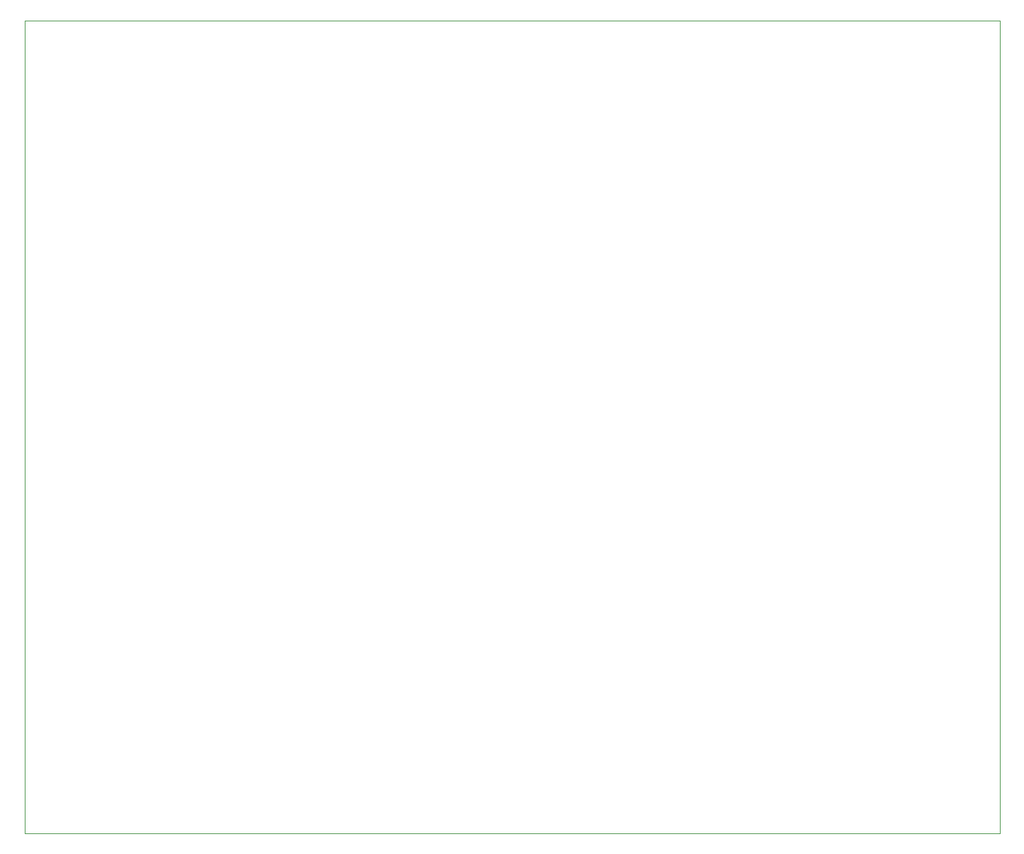
<source format=gbr>
%TF.GenerationSoftware,KiCad,Pcbnew,9.0.3-9.0.3-0~ubuntu24.04.1*%
%TF.CreationDate,2025-09-03T17:17:06-03:00*%
%TF.ProjectId,CargadorDeBaterias_rev2,43617267-6164-46f7-9244-654261746572,rev?*%
%TF.SameCoordinates,Original*%
%TF.FileFunction,Profile,NP*%
%FSLAX46Y46*%
G04 Gerber Fmt 4.6, Leading zero omitted, Abs format (unit mm)*
G04 Created by KiCad (PCBNEW 9.0.3-9.0.3-0~ubuntu24.04.1) date 2025-09-03 17:17:06*
%MOMM*%
%LPD*%
G01*
G04 APERTURE LIST*
%TA.AperFunction,Profile*%
%ADD10C,0.050000*%
%TD*%
G04 APERTURE END LIST*
D10*
X91100000Y-43800000D02*
X211000000Y-43800000D01*
X211000000Y-143800000D01*
X91100000Y-143800000D01*
X91100000Y-43800000D01*
M02*

</source>
